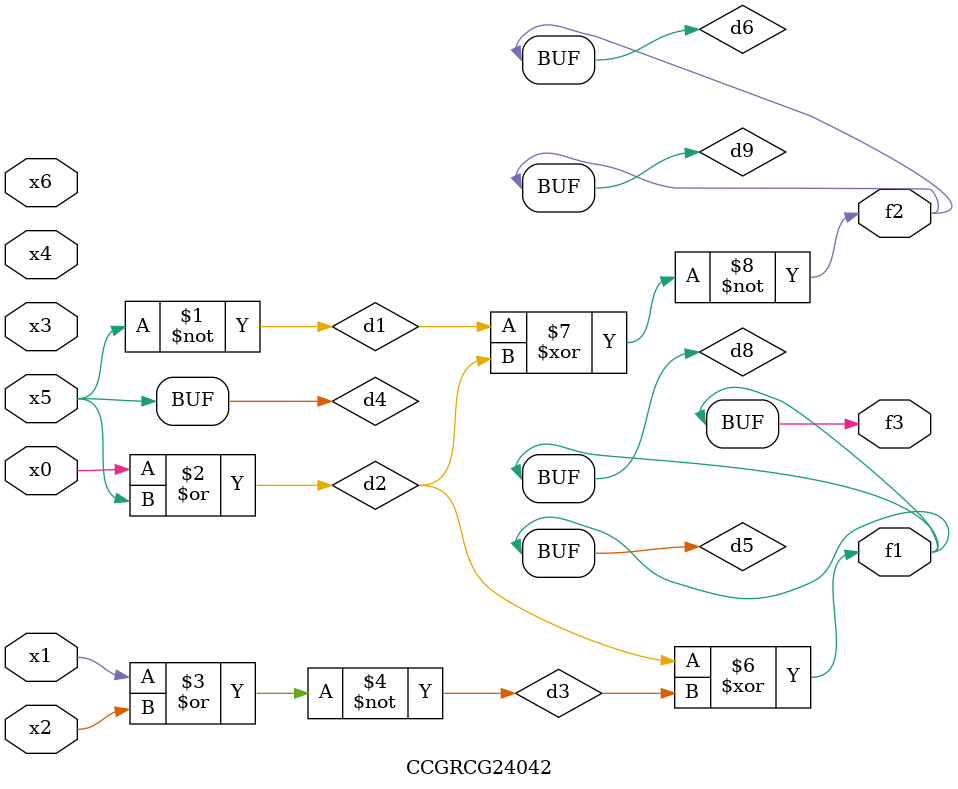
<source format=v>
module CCGRCG24042(
	input x0, x1, x2, x3, x4, x5, x6,
	output f1, f2, f3
);

	wire d1, d2, d3, d4, d5, d6, d7, d8, d9;

	nand (d1, x5);
	or (d2, x0, x5);
	nor (d3, x1, x2);
	xnor (d4, d1);
	xor (d5, d2, d3);
	xnor (d6, d1, d2);
	not (d7, x4);
	buf (d8, d5);
	xor (d9, d6);
	assign f1 = d8;
	assign f2 = d9;
	assign f3 = d8;
endmodule

</source>
